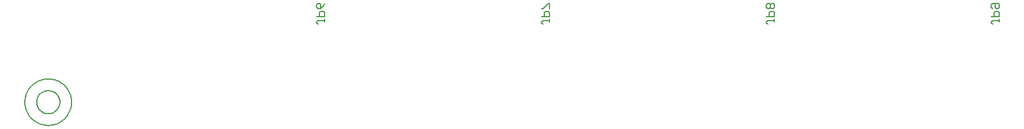
<source format=gbo>
G75*
%MOIN*%
%OFA0B0*%
%FSLAX24Y24*%
%IPPOS*%
%LPD*%
%AMOC8*
5,1,8,0,0,1.08239X$1,22.5*
%
%ADD10C,0.0060*%
%ADD11C,0.0080*%
%ADD12C,0.0050*%
D10*
X000620Y001986D02*
X000622Y002059D01*
X000628Y002132D01*
X000638Y002204D01*
X000652Y002276D01*
X000669Y002347D01*
X000691Y002417D01*
X000716Y002486D01*
X000745Y002553D01*
X000777Y002618D01*
X000813Y002682D01*
X000853Y002744D01*
X000895Y002803D01*
X000941Y002860D01*
X000990Y002914D01*
X001042Y002966D01*
X001096Y003015D01*
X001153Y003061D01*
X001212Y003103D01*
X001274Y003143D01*
X001338Y003179D01*
X001403Y003211D01*
X001470Y003240D01*
X001539Y003265D01*
X001609Y003287D01*
X001680Y003304D01*
X001752Y003318D01*
X001824Y003328D01*
X001897Y003334D01*
X001970Y003336D01*
X002043Y003334D01*
X002116Y003328D01*
X002188Y003318D01*
X002260Y003304D01*
X002331Y003287D01*
X002401Y003265D01*
X002470Y003240D01*
X002537Y003211D01*
X002602Y003179D01*
X002666Y003143D01*
X002728Y003103D01*
X002787Y003061D01*
X002844Y003015D01*
X002898Y002966D01*
X002950Y002914D01*
X002999Y002860D01*
X003045Y002803D01*
X003087Y002744D01*
X003127Y002682D01*
X003163Y002618D01*
X003195Y002553D01*
X003224Y002486D01*
X003249Y002417D01*
X003271Y002347D01*
X003288Y002276D01*
X003302Y002204D01*
X003312Y002132D01*
X003318Y002059D01*
X003320Y001986D01*
X003318Y001913D01*
X003312Y001840D01*
X003302Y001768D01*
X003288Y001696D01*
X003271Y001625D01*
X003249Y001555D01*
X003224Y001486D01*
X003195Y001419D01*
X003163Y001354D01*
X003127Y001290D01*
X003087Y001228D01*
X003045Y001169D01*
X002999Y001112D01*
X002950Y001058D01*
X002898Y001006D01*
X002844Y000957D01*
X002787Y000911D01*
X002728Y000869D01*
X002666Y000829D01*
X002602Y000793D01*
X002537Y000761D01*
X002470Y000732D01*
X002401Y000707D01*
X002331Y000685D01*
X002260Y000668D01*
X002188Y000654D01*
X002116Y000644D01*
X002043Y000638D01*
X001970Y000636D01*
X001897Y000638D01*
X001824Y000644D01*
X001752Y000654D01*
X001680Y000668D01*
X001609Y000685D01*
X001539Y000707D01*
X001470Y000732D01*
X001403Y000761D01*
X001338Y000793D01*
X001274Y000829D01*
X001212Y000869D01*
X001153Y000911D01*
X001096Y000957D01*
X001042Y001006D01*
X000990Y001058D01*
X000941Y001112D01*
X000895Y001169D01*
X000853Y001228D01*
X000813Y001290D01*
X000777Y001354D01*
X000745Y001419D01*
X000716Y001486D01*
X000691Y001555D01*
X000669Y001625D01*
X000652Y001696D01*
X000638Y001768D01*
X000628Y001840D01*
X000622Y001913D01*
X000620Y001986D01*
D11*
X001301Y001986D02*
X001303Y002037D01*
X001309Y002088D01*
X001319Y002138D01*
X001332Y002188D01*
X001350Y002236D01*
X001370Y002283D01*
X001395Y002328D01*
X001423Y002371D01*
X001454Y002412D01*
X001488Y002450D01*
X001525Y002485D01*
X001564Y002518D01*
X001606Y002548D01*
X001650Y002574D01*
X001696Y002596D01*
X001744Y002616D01*
X001793Y002631D01*
X001843Y002643D01*
X001893Y002651D01*
X001944Y002655D01*
X001996Y002655D01*
X002047Y002651D01*
X002097Y002643D01*
X002147Y002631D01*
X002196Y002616D01*
X002244Y002596D01*
X002290Y002574D01*
X002334Y002548D01*
X002376Y002518D01*
X002415Y002485D01*
X002452Y002450D01*
X002486Y002412D01*
X002517Y002371D01*
X002545Y002328D01*
X002570Y002283D01*
X002590Y002236D01*
X002608Y002188D01*
X002621Y002138D01*
X002631Y002088D01*
X002637Y002037D01*
X002639Y001986D01*
X002637Y001935D01*
X002631Y001884D01*
X002621Y001834D01*
X002608Y001784D01*
X002590Y001736D01*
X002570Y001689D01*
X002545Y001644D01*
X002517Y001601D01*
X002486Y001560D01*
X002452Y001522D01*
X002415Y001487D01*
X002376Y001454D01*
X002334Y001424D01*
X002290Y001398D01*
X002244Y001376D01*
X002196Y001356D01*
X002147Y001341D01*
X002097Y001329D01*
X002047Y001321D01*
X001996Y001317D01*
X001944Y001317D01*
X001893Y001321D01*
X001843Y001329D01*
X001793Y001341D01*
X001744Y001356D01*
X001696Y001376D01*
X001650Y001398D01*
X001606Y001424D01*
X001564Y001454D01*
X001525Y001487D01*
X001488Y001522D01*
X001454Y001560D01*
X001423Y001601D01*
X001395Y001644D01*
X001370Y001689D01*
X001350Y001736D01*
X001332Y001784D01*
X001319Y001834D01*
X001309Y001884D01*
X001303Y001935D01*
X001301Y001986D01*
D12*
X017495Y006586D02*
X017495Y006661D01*
X017570Y006736D01*
X017945Y006736D01*
X017945Y006661D02*
X017945Y006811D01*
X017945Y006971D02*
X017945Y007196D01*
X017870Y007271D01*
X017720Y007271D01*
X017645Y007196D01*
X017645Y006971D01*
X017495Y006971D02*
X017945Y006971D01*
X017495Y006586D02*
X017570Y006511D01*
X017570Y007431D02*
X017495Y007506D01*
X017495Y007657D01*
X017570Y007732D01*
X017645Y007732D01*
X017720Y007657D01*
X017720Y007431D01*
X017570Y007431D01*
X017720Y007431D02*
X017870Y007582D01*
X017945Y007732D01*
X030495Y007431D02*
X030570Y007431D01*
X030870Y007732D01*
X030945Y007732D01*
X030945Y007431D01*
X030870Y007271D02*
X030720Y007271D01*
X030645Y007196D01*
X030645Y006971D01*
X030495Y006971D02*
X030945Y006971D01*
X030945Y007196D01*
X030870Y007271D01*
X030945Y006811D02*
X030945Y006661D01*
X030945Y006736D02*
X030570Y006736D01*
X030495Y006661D01*
X030495Y006586D01*
X030570Y006511D01*
X043495Y006586D02*
X043495Y006661D01*
X043570Y006736D01*
X043945Y006736D01*
X043945Y006661D02*
X043945Y006811D01*
X043945Y006971D02*
X043945Y007196D01*
X043870Y007271D01*
X043720Y007271D01*
X043645Y007196D01*
X043645Y006971D01*
X043495Y006971D02*
X043945Y006971D01*
X043495Y006586D02*
X043570Y006511D01*
X043570Y007431D02*
X043645Y007431D01*
X043720Y007506D01*
X043720Y007657D01*
X043645Y007732D01*
X043570Y007732D01*
X043495Y007657D01*
X043495Y007506D01*
X043570Y007431D01*
X043720Y007506D02*
X043795Y007431D01*
X043870Y007431D01*
X043945Y007506D01*
X043945Y007657D01*
X043870Y007732D01*
X043795Y007732D01*
X043720Y007657D01*
X056495Y007506D02*
X056495Y007657D01*
X056570Y007732D01*
X056870Y007732D01*
X056945Y007657D01*
X056945Y007506D01*
X056870Y007431D01*
X056795Y007431D01*
X056720Y007506D01*
X056720Y007732D01*
X056495Y007506D02*
X056570Y007431D01*
X056720Y007271D02*
X056645Y007196D01*
X056645Y006971D01*
X056495Y006971D02*
X056945Y006971D01*
X056945Y007196D01*
X056870Y007271D01*
X056720Y007271D01*
X056945Y006811D02*
X056945Y006661D01*
X056945Y006736D02*
X056570Y006736D01*
X056495Y006661D01*
X056495Y006586D01*
X056570Y006511D01*
M02*

</source>
